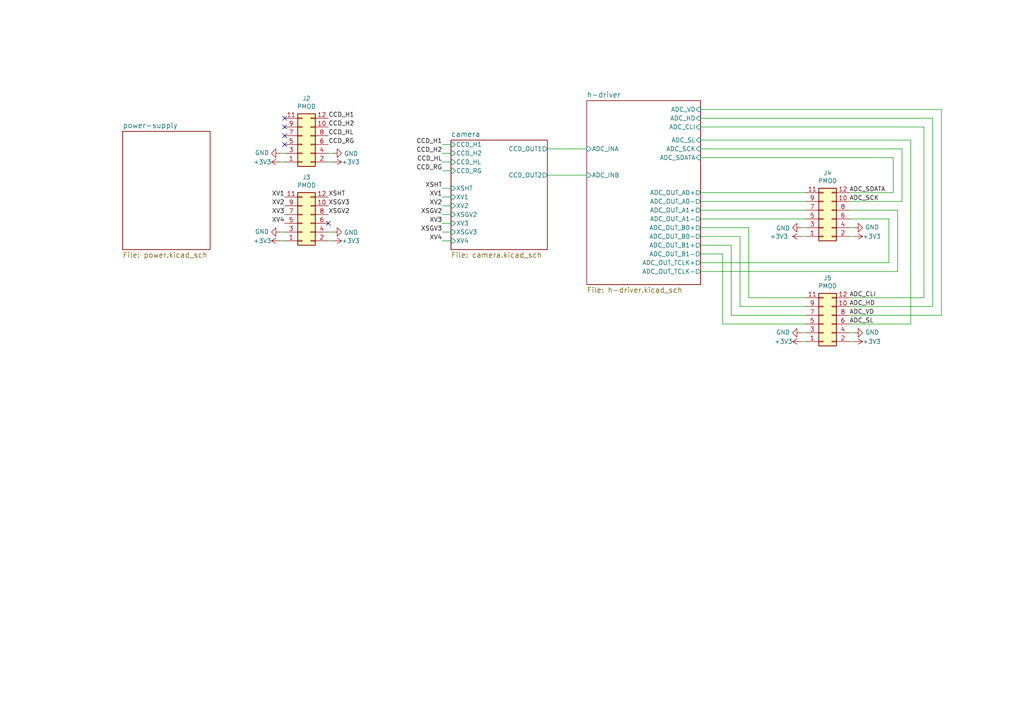
<source format=kicad_sch>
(kicad_sch (version 20230121) (generator eeschema)
  (paper "A4")
  (lib_symbols
    (symbol "Connector_Generic:Conn_02x06_Odd_Even" (pin_names (offset 1.016) hide)
      (property "Reference" "J" (at 1.27 7.62 0))
      (property "Value" "Conn_02x06_Odd_Even" (at 1.27 -10.16 0))
      (symbol "Conn_02x06_Odd_Even_1_1"
        (rectangle (start -1.27 -7.493) (end 0 -7.747) (stroke (width 0.1524)))
        (rectangle (start -1.27 -4.953) (end 0 -5.207) (stroke (width 0.1524)))
        (rectangle (start -1.27 -2.413) (end 0 -2.667) (stroke (width 0.1524)))
        (rectangle (start -1.27 0.127) (end 0 -0.127) (stroke (width 0.1524)))
        (rectangle (start -1.27 2.667) (end 0 2.413) (stroke (width 0.1524)))
        (rectangle (start -1.27 5.207) (end 0 4.953) (stroke (width 0.1524)))
        (rectangle (start -1.27 6.35) (end 3.81 -8.89) (stroke (width 0.254)) (fill (type background)))
        (rectangle (start 3.81 -7.493) (end 2.54 -7.747) (stroke (width 0.1524)))
        (rectangle (start 3.81 -4.953) (end 2.54 -5.207) (stroke (width 0.1524)))
        (rectangle (start 3.81 -2.413) (end 2.54 -2.667) (stroke (width 0.1524)))
        (rectangle (start 3.81 0.127) (end 2.54 -0.127) (stroke (width 0.1524)))
        (rectangle (start 3.81 2.667) (end 2.54 2.413) (stroke (width 0.1524)))
        (rectangle (start 3.81 5.207) (end 2.54 4.953) (stroke (width 0.1524)))
        (pin passive line (at -5.08 5.08 0) (length 3.81) (name "Pin_1") (number "1"))
        (pin passive line (at 7.62 -5.08 180) (length 3.81) (name "Pin_10") (number "10"))
        (pin passive line (at -5.08 -7.62 0) (length 3.81) (name "Pin_11") (number "11"))
        (pin passive line (at 7.62 -7.62 180) (length 3.81) (name "Pin_12") (number "12"))
        (pin passive line (at 7.62 5.08 180) (length 3.81) (name "Pin_2") (number "2"))
        (pin passive line (at -5.08 2.54 0) (length 3.81) (name "Pin_3") (number "3"))
        (pin passive line (at 7.62 2.54 180) (length 3.81) (name "Pin_4") (number "4"))
        (pin passive line (at -5.08 0 0) (length 3.81) (name "Pin_5") (number "5"))
        (pin passive line (at 7.62 0 180) (length 3.81) (name "Pin_6") (number "6"))
        (pin passive line (at -5.08 -2.54 0) (length 3.81) (name "Pin_7") (number "7"))
        (pin passive line (at 7.62 -2.54 180) (length 3.81) (name "Pin_8") (number "8"))
        (pin passive line (at -5.08 -5.08 0) (length 3.81) (name "Pin_9") (number "9"))
      )
    )
    (symbol "power:+3V3" (power) (pin_names (offset 0))
      (property "Value" "+3V3" (at 0 3.556 0))
      (symbol "+3V3_0_1"
        (polyline (pts (xy -0.762 1.27) (xy 0 2.54)))
        (polyline (pts (xy 0 0) (xy 0 2.54)))
        (polyline (pts (xy 0 2.54) (xy 0.762 1.27)))
      )
      (symbol "+3V3_1_1"
        (pin power_in line (at 0 0 90) (length 0) hide (name "+3V3") (number "1"))
      )
    )
    (symbol "power:GND" (power) (pin_names (offset 0))
      (property "Value" "GND" (at 0 -3.81 0))
      (symbol "GND_0_1"
        (polyline (pts (xy 0 0) (xy 0 -1.27) (xy 1.27 -1.27) (xy 0 -2.54) (xy -1.27 -1.27) (xy 0 -1.27)))
      )
      (symbol "GND_1_1"
        (pin power_in line (at 0 0 270) (length 0) hide (name "GND") (number "1"))
      )
    )
  )
  (no_connect (at 95.25 64.77))
  (no_connect (at 82.55 34.29))
  (no_connect (at 82.55 36.83))
  (no_connect (at 82.55 39.37))
  (no_connect (at 82.55 41.91))
  (wire (pts (xy 212.09 91.44) (xy 233.68 91.44)))
  (wire (pts (xy 259.08 45.72) (xy 203.2 45.72)))
  (wire (pts (xy 217.17 66.04) (xy 217.17 86.36)))
  (wire (pts (xy 264.16 93.98) (xy 264.16 40.64)))
  (wire (pts (xy 203.2 58.42) (xy 233.68 58.42)))
  (wire (pts (xy 246.38 66.04) (xy 247.65 66.04)))
  (wire (pts (xy 270.51 34.29) (xy 203.2 34.29)))
  (wire (pts (xy 130.81 64.77) (xy 128.27 64.77)))
  (wire (pts (xy 267.97 86.36) (xy 267.97 36.83)))
  (wire (pts (xy 232.41 96.52) (xy 233.68 96.52)))
  (wire (pts (xy 130.81 67.31) (xy 128.27 67.31)))
  (wire (pts (xy 232.41 66.04) (xy 233.68 66.04)))
  (wire (pts (xy 270.51 88.9) (xy 270.51 34.29)))
  (wire (pts (xy 246.38 63.5) (xy 257.81 63.5)))
  (wire (pts (xy 130.81 49.53) (xy 128.27 49.53)))
  (wire (pts (xy 246.38 55.88) (xy 259.08 55.88)))
  (wire (pts (xy 130.81 46.99) (xy 128.27 46.99)))
  (wire (pts (xy 95.25 44.45) (xy 96.52 44.45)))
  (wire (pts (xy 260.35 78.74) (xy 260.35 60.96)))
  (wire (pts (xy 203.2 60.96) (xy 233.68 60.96)))
  (wire (pts (xy 246.38 91.44) (xy 273.05 91.44)))
  (wire (pts (xy 273.05 91.44) (xy 273.05 31.75)))
  (wire (pts (xy 130.81 62.23) (xy 128.27 62.23)))
  (wire (pts (xy 203.2 73.66) (xy 209.55 73.66)))
  (wire (pts (xy 259.08 55.88) (xy 259.08 45.72)))
  (wire (pts (xy 264.16 40.64) (xy 203.2 40.64)))
  (wire (pts (xy 214.63 88.9) (xy 233.68 88.9)))
  (wire (pts (xy 232.41 99.06) (xy 233.68 99.06)))
  (wire (pts (xy 130.81 54.61) (xy 128.27 54.61)))
  (wire (pts (xy 261.62 58.42) (xy 246.38 58.42)))
  (wire (pts (xy 203.2 78.74) (xy 260.35 78.74)))
  (wire (pts (xy 214.63 68.58) (xy 214.63 88.9)))
  (wire (pts (xy 203.2 63.5) (xy 233.68 63.5)))
  (wire (pts (xy 273.05 31.75) (xy 203.2 31.75)))
  (wire (pts (xy 158.75 50.8) (xy 170.18 50.8)))
  (wire (pts (xy 246.38 88.9) (xy 270.51 88.9)))
  (wire (pts (xy 257.81 76.2) (xy 203.2 76.2)))
  (wire (pts (xy 246.38 93.98) (xy 264.16 93.98)))
  (wire (pts (xy 203.2 71.12) (xy 212.09 71.12)))
  (wire (pts (xy 130.81 44.45) (xy 128.27 44.45)))
  (wire (pts (xy 209.55 93.98) (xy 233.68 93.98)))
  (wire (pts (xy 203.2 66.04) (xy 217.17 66.04)))
  (wire (pts (xy 217.17 86.36) (xy 233.68 86.36)))
  (wire (pts (xy 260.35 60.96) (xy 246.38 60.96)))
  (wire (pts (xy 95.25 67.31) (xy 96.52 67.31)))
  (wire (pts (xy 81.28 69.85) (xy 82.55 69.85)))
  (wire (pts (xy 95.25 46.99) (xy 96.52 46.99)))
  (wire (pts (xy 158.75 43.18) (xy 170.18 43.18)))
  (wire (pts (xy 130.81 69.85) (xy 128.27 69.85)))
  (wire (pts (xy 203.2 43.18) (xy 261.62 43.18)))
  (wire (pts (xy 257.81 63.5) (xy 257.81 76.2)))
  (wire (pts (xy 246.38 99.06) (xy 247.65 99.06)))
  (wire (pts (xy 246.38 68.58) (xy 247.65 68.58)))
  (wire (pts (xy 246.38 96.52) (xy 247.65 96.52)))
  (wire (pts (xy 130.81 59.69) (xy 128.27 59.69)))
  (wire (pts (xy 209.55 73.66) (xy 209.55 93.98)))
  (wire (pts (xy 267.97 36.83) (xy 203.2 36.83)))
  (wire (pts (xy 81.28 46.99) (xy 82.55 46.99)))
  (wire (pts (xy 130.81 57.15) (xy 128.27 57.15)))
  (wire (pts (xy 246.38 86.36) (xy 267.97 86.36)))
  (wire (pts (xy 261.62 43.18) (xy 261.62 58.42)))
  (wire (pts (xy 81.28 44.45) (xy 82.55 44.45)))
  (wire (pts (xy 212.09 71.12) (xy 212.09 91.44)))
  (wire (pts (xy 81.28 67.31) (xy 82.55 67.31)))
  (wire (pts (xy 95.25 69.85) (xy 96.52 69.85)))
  (wire (pts (xy 203.2 55.88) (xy 233.68 55.88)))
  (wire (pts (xy 130.81 41.91) (xy 128.27 41.91)))
  (wire (pts (xy 233.68 68.58) (xy 232.41 68.58)))
  (wire (pts (xy 203.2 68.58) (xy 214.63 68.58)))
  (label "ADC_CLI" (at 246.38 86.36 0))
  (label "XSGV2" (at 95.25 62.23 0))
  (label "XSGV3" (at 95.25 59.69 0))
  (label "XV2" (at 128.27 59.69 180))
  (label "XV3" (at 82.55 62.23 180))
  (label "CCD_H1" (at 95.25 34.29 0))
  (label "ADC_SDATA" (at 246.38 55.88 0))
  (label "XV3" (at 128.27 64.77 180))
  (label "XV2" (at 82.55 59.69 180))
  (label "ADC_VD" (at 246.38 91.44 0))
  (label "ADC_HD" (at 246.38 88.9 0))
  (label "ADC_SCK" (at 246.38 58.42 0))
  (label "CCD_HL" (at 95.25 39.37 0))
  (label "CCD_H1" (at 128.27 41.91 180))
  (label "XSGV2" (at 128.27 62.23 180))
  (label "CCD_H2" (at 95.25 36.83 0))
  (label "XV4" (at 128.27 69.85 180))
  (label "ADC_SL" (at 246.38 93.98 0))
  (label "XSHT" (at 95.25 57.15 0))
  (label "CCD_RG" (at 95.25 41.91 0))
  (label "CCD_RG" (at 128.27 49.53 180))
  (label "XSGV3" (at 128.27 67.31 180))
  (label "XV4" (at 82.55 64.77 180))
  (label "CCD_HL" (at 128.27 46.99 180))
  (label "XSHT" (at 128.27 54.61 180))
  (label "XV1" (at 82.55 57.15 180))
  (label "XV1" (at 128.27 57.15 180))
  (label "CCD_H2" (at 128.27 44.45 180))
  (symbol (lib_id "Connector_Generic:Conn_02x06_Odd_Even") (at 238.76 63.5 0) (mirror x) (unit 1)
    (property "Reference" "J4" (at 240.03 50.165 0))
    (property "Value" "PMOD" (at 240.03 52.4764 0))
    (property "Footprint" "Connector_PinHeader_2.54mm:PinHeader_2x06_P2.54mm_Horizontal" (effects hide))
  )
  (symbol (lib_id "power:GND") (at 232.41 66.04 270) (unit 1)
    (property "Reference" "#PWR0179" (effects hide))
    (property "Value" "GND" (at 229.1588 66.167 90) (effects (justify right)))
  )
  (symbol (lib_id "power:GND") (at 247.65 66.04 90) (unit 1)
    (property "Reference" "#PWR0196" (effects hide))
    (property "Value" "GND" (at 250.9012 65.913 90) (effects (justify right)))
  )
  (symbol (lib_id "power:+3V3") (at 232.41 68.58 90) (unit 1)
    (property "Reference" "#PWR0197" (effects hide))
    (property "Value" "+3V3" (at 228.6 68.58 90) (effects (justify left)))
  )
  (symbol (lib_id "power:+3V3") (at 247.65 68.58 270) (unit 1)
    (property "Reference" "#PWR0198" (effects hide))
    (property "Value" "+3V3" (at 250.19 68.58 90) (effects (justify left)))
  )
  (symbol (lib_id "Connector_Generic:Conn_02x06_Odd_Even") (at 238.76 93.98 0) (mirror x) (unit 1)
    (property "Reference" "J5" (at 240.03 80.645 0))
    (property "Value" "PMOD" (at 240.03 82.9564 0))
    (property "Footprint" "Connector_PinHeader_2.54mm:PinHeader_2x06_P2.54mm_Horizontal" (effects hide))
  )
  (symbol (lib_id "power:GND") (at 247.65 96.52 90) (unit 1)
    (property "Reference" "#PWR0200" (effects hide))
    (property "Value" "GND" (at 250.9012 96.393 90) (effects (justify right)))
  )
  (symbol (lib_id "power:+3V3") (at 247.65 99.06 270) (unit 1)
    (property "Reference" "#PWR0204" (effects hide))
    (property "Value" "+3V3" (at 250.19 99.06 90) (effects (justify left)))
  )
  (symbol (lib_id "power:GND") (at 232.41 96.52 270) (mirror x) (unit 1)
    (property "Reference" "#PWR0205" (effects hide))
    (property "Value" "GND" (at 229.1588 96.393 90) (effects (justify right)))
  )
  (symbol (lib_id "power:+3V3") (at 232.41 99.06 90) (mirror x) (unit 1)
    (property "Reference" "#PWR0206" (effects hide))
    (property "Value" "+3V3" (at 229.87 99.06 90) (effects (justify left)))
  )
  (symbol (lib_id "Connector_Generic:Conn_02x06_Odd_Even") (at 87.63 41.91 0) (mirror x) (unit 1)
    (property "Reference" "J2" (at 88.9 28.575 0))
    (property "Value" "PMOD" (at 88.9 30.8864 0))
    (property "Footprint" "Connector_PinHeader_2.54mm:PinHeader_2x06_P2.54mm_Horizontal" (effects hide))
  )
  (symbol (lib_id "power:GND") (at 81.28 44.45 270) (mirror x) (unit 1)
    (property "Reference" "#PWR0207" (effects hide))
    (property "Value" "GND" (at 78.0288 44.323 90) (effects (justify right)))
  )
  (symbol (lib_id "power:+3V3") (at 81.28 46.99 90) (mirror x) (unit 1)
    (property "Reference" "#PWR0208" (effects hide))
    (property "Value" "+3V3" (at 78.74 46.99 90) (effects (justify left)))
  )
  (symbol (lib_id "power:GND") (at 96.52 44.45 90) (mirror x) (unit 1)
    (property "Reference" "#PWR0209" (effects hide))
    (property "Value" "GND" (at 99.7712 44.577 90) (effects (justify right)))
  )
  (symbol (lib_id "power:+3V3") (at 96.52 46.99 270) (mirror x) (unit 1)
    (property "Reference" "#PWR0210" (effects hide))
    (property "Value" "+3V3" (at 99.06 46.99 90) (effects (justify left)))
  )
  (symbol (lib_id "Connector_Generic:Conn_02x06_Odd_Even") (at 87.63 64.77 0) (mirror x) (unit 1)
    (property "Reference" "J3" (at 88.9 51.435 0))
    (property "Value" "PMOD" (at 88.9 53.7464 0))
    (property "Footprint" "Connector_PinHeader_2.54mm:PinHeader_2x06_P2.54mm_Horizontal" (effects hide))
  )
  (symbol (lib_id "power:GND") (at 81.28 67.31 270) (mirror x) (unit 1)
    (property "Reference" "#PWR0211" (effects hide))
    (property "Value" "GND" (at 78.0288 67.183 90) (effects (justify right)))
  )
  (symbol (lib_id "power:+3V3") (at 81.28 69.85 90) (mirror x) (unit 1)
    (property "Reference" "#PWR0212" (effects hide))
    (property "Value" "+3V3" (at 78.74 69.85 90) (effects (justify left)))
  )
  (symbol (lib_id "power:GND") (at 96.52 67.31 90) (mirror x) (unit 1)
    (property "Reference" "#PWR0213" (effects hide))
    (property "Value" "GND" (at 99.7712 67.437 90) (effects (justify right)))
  )
  (symbol (lib_id "power:+3V3") (at 96.52 69.85 270) (mirror x) (unit 1)
    (property "Reference" "#PWR0214" (effects hide))
    (property "Value" "+3V3" (at 99.06 69.85 90) (effects (justify left)))
  )
  (sheet (at 35.56 38.1) (size 25.4 34.29)
    (property "Sheetname" "power-supply" (at 35.56 37.2614 0) (effects (font (size 1.524 1.524)) (justify left bottom)))
    (property "Sheetfile" "power.kicad_sch" (at 35.56 73.0762 0) (effects (font (size 1.524 1.524)) (justify left top)))
  )
  (sheet (at 170.18 29.21) (size 33.02 53.34)
    (property "Sheetname" "h-driver" (at 170.18 28.3714 0) (effects (font (size 1.524 1.524)) (justify left bottom)))
    (property "Sheetfile" "h-driver.kicad_sch" (at 170.18 83.2362 0) (effects (font (size 1.524 1.524)) (justify left top)))
    (pin "ADC_VD" input (at 203.2 31.75 0))
    (pin "ADC_HD" input (at 203.2 34.29 0))
    (pin "ADC_SCK" input (at 203.2 43.18 0))
    (pin "ADC_SDATA" input (at 203.2 45.72 0))
    (pin "ADC_SL" input (at 203.2 40.64 0))
    (pin "ADC_INA" input (at 170.18 43.18 180))
    (pin "ADC_INB" input (at 170.18 50.8 180))
    (pin "ADC_OUT_A0+" output (at 203.2 55.88 0))
    (pin "ADC_OUT_A0-" output (at 203.2 58.42 0))
    (pin "ADC_OUT_A1+" output (at 203.2 60.96 0))
    (pin "ADC_OUT_A1-" output (at 203.2 63.5 0))
    (pin "ADC_OUT_B0+" output (at 203.2 66.04 0))
    (pin "ADC_OUT_B0-" output (at 203.2 68.58 0))
    (pin "ADC_OUT_B1+" output (at 203.2 71.12 0))
    (pin "ADC_OUT_B1-" output (at 203.2 73.66 0))
    (pin "ADC_OUT_TCLK+" output (at 203.2 76.2 0))
    (pin "ADC_CLI" input (at 203.2 36.83 0))
    (pin "ADC_OUT_TCLK-" output (at 203.2 78.74 0))
  )
  (sheet (at 130.81 40.64) (size 27.94 31.75)
    (property "Sheetname" "camera" (at 130.81 39.8014 0) (effects (font (size 1.524 1.524)) (justify left bottom)))
    (property "Sheetfile" "camera.kicad_sch" (at 130.81 73.0762 0) (effects (font (size 1.524 1.524)) (justify left top)))
    (pin "XSHT" input (at 130.81 54.61 180))
    (pin "XV2" input (at 130.81 59.69 180))
    (pin "XSGV2" input (at 130.81 62.23 180))
    (pin "XV3" input (at 130.81 64.77 180))
    (pin "XSGV3" input (at 130.81 67.31 180))
    (pin "XV1" input (at 130.81 57.15 180))
    (pin "XV4" input (at 130.81 69.85 180))
    (pin "CCD_OUT1" output (at 158.75 43.18 0))
    (pin "CCD_OUT2" output (at 158.75 50.8 0))
    (pin "CCD_H1" input (at 130.81 41.91 180))
    (pin "CCD_H2" input (at 130.81 44.45 180))
    (pin "CCD_HL" input (at 130.81 46.99 180))
    (pin "CCD_RG" input (at 130.81 49.53 180))
  )
)
</source>
